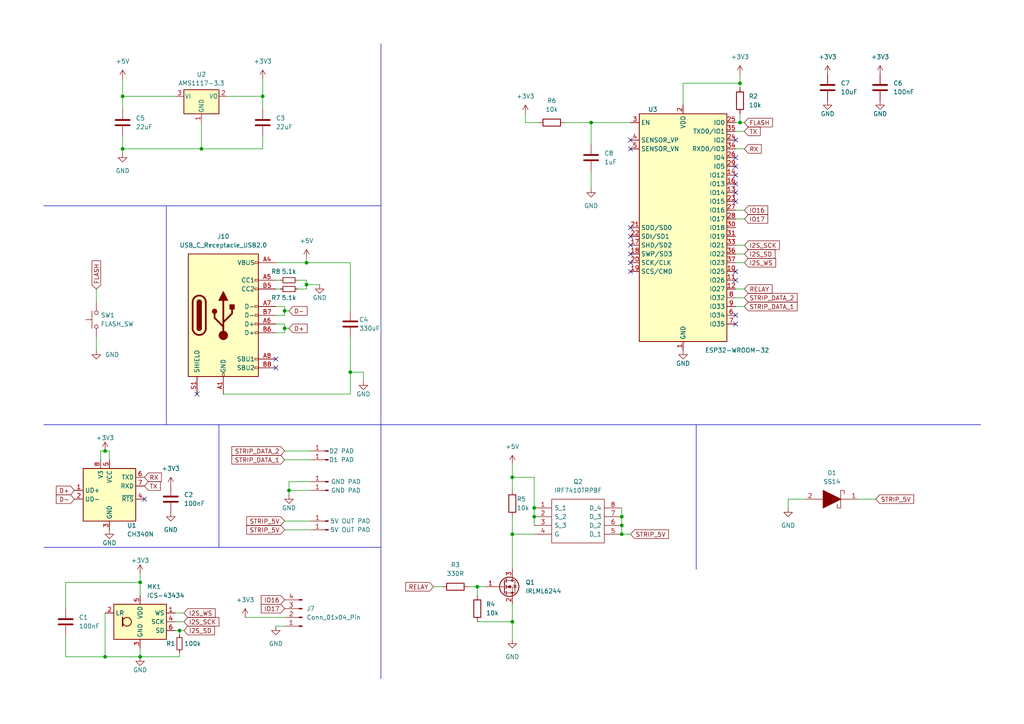
<source format=kicad_sch>
(kicad_sch (version 20230121) (generator eeschema)
  (paper "A4")
  (title_block (title "USBWLEDC with MOSFET") (date "2023-08-14") (rev "1.0") (company "NANDXOR"))
  (lib_symbols
    (symbol "+5V_1" (power) (pin_names (offset 0))
      (property "Value" "+5V_1" (at 0 3.556 0))
      (symbol "+5V_1_0_1"
        (polyline (pts (xy -0.762 1.27) (xy 0 2.54)))
        (polyline (pts (xy 0 0) (xy 0 2.54)))
        (polyline (pts (xy 0 2.54) (xy 0.762 1.27)))
      )
      (symbol "+5V_1_1_1"
        (pin power_in line (at 0 0 90) (length 0) hide (name "+5V") (number "1"))
      )
    )
    (symbol "Connector:Conn_01x01_Pin" (pin_names (offset 1.016) hide)
      (property "Reference" "J" (at 0 2.54 0))
      (property "Value" "Conn_01x01_Pin" (at 0 -2.54 0))
      (symbol "Conn_01x01_Pin_1_1"
        (polyline (pts (xy 1.27 0) (xy 0.8636 0)) (stroke (width 0.1524)))
        (rectangle (start 0.8636 0.127) (end 0 -0.127) (stroke (width 0.1524)) (fill (type outline)))
        (pin passive line (at 5.08 0 180) (length 3.81) (name "Pin_1") (number "1"))
      )
    )
    (symbol "Connector:Conn_01x04_Pin" (pin_names (offset 1.016) hide)
      (property "Reference" "J" (at 0 5.08 0))
      (property "Value" "Conn_01x04_Pin" (at 0 -7.62 0))
      (symbol "Conn_01x04_Pin_1_1"
        (polyline (pts (xy 1.27 -5.08) (xy 0.8636 -5.08)) (stroke (width 0.1524)))
        (polyline (pts (xy 1.27 -2.54) (xy 0.8636 -2.54)) (stroke (width 0.1524)))
        (polyline (pts (xy 1.27 0) (xy 0.8636 0)) (stroke (width 0.1524)))
        (polyline (pts (xy 1.27 2.54) (xy 0.8636 2.54)) (stroke (width 0.1524)))
        (rectangle (start 0.8636 -4.953) (end 0 -5.207) (stroke (width 0.1524)) (fill (type outline)))
        (rectangle (start 0.8636 -2.413) (end 0 -2.667) (stroke (width 0.1524)) (fill (type outline)))
        (rectangle (start 0.8636 0.127) (end 0 -0.127) (stroke (width 0.1524)) (fill (type outline)))
        (rectangle (start 0.8636 2.667) (end 0 2.413) (stroke (width 0.1524)) (fill (type outline)))
        (pin passive line (at 5.08 2.54 180) (length 3.81) (name "Pin_1") (number "1"))
        (pin passive line (at 5.08 0 180) (length 3.81) (name "Pin_2") (number "2"))
        (pin passive line (at 5.08 -2.54 180) (length 3.81) (name "Pin_3") (number "3"))
        (pin passive line (at 5.08 -5.08 180) (length 3.81) (name "Pin_4") (number "4"))
      )
    )
    (symbol "Connector:USB_C_Receptacle_USB2.0" (pin_names (offset 1.016))
      (property "Reference" "J" (at -10.16 19.05 0))
      (property "Value" "USB_C_Receptacle_USB2.0" (at 19.05 19.05 0))
      (symbol "USB_C_Receptacle_USB2.0_0_0"
        (rectangle (start -0.254 -17.78) (end 0.254 -16.764))
        (rectangle (start 10.16 -14.986) (end 9.144 -15.494))
        (rectangle (start 10.16 -12.446) (end 9.144 -12.954))
        (rectangle (start 10.16 -4.826) (end 9.144 -5.334))
        (rectangle (start 10.16 -2.286) (end 9.144 -2.794))
        (rectangle (start 10.16 0.254) (end 9.144 -0.254))
        (rectangle (start 10.16 2.794) (end 9.144 2.286))
        (rectangle (start 10.16 7.874) (end 9.144 7.366))
        (rectangle (start 10.16 10.414) (end 9.144 9.906))
        (rectangle (start 10.16 15.494) (end 9.144 14.986))
      )
      (symbol "USB_C_Receptacle_USB2.0_0_1"
        (rectangle (start -10.16 17.78) (end 10.16 -17.78) (stroke (width 0.254)) (fill (type background)))
        (arc (start -8.89 -3.81) (mid -6.985 -5.7067) (end -5.08 -3.81) (stroke (width 0.508)))
        (arc (start -7.62 -3.81) (mid -6.985 -4.4423) (end -6.35 -3.81) (stroke (width 0.254)))
        (arc (start -7.62 -3.81) (mid -6.985 -4.4423) (end -6.35 -3.81) (stroke (width 0.254)) (fill (type outline)))
        (rectangle (start -7.62 -3.81) (end -6.35 3.81) (stroke (width 0.254)) (fill (type outline)))
        (arc (start -6.35 3.81) (mid -6.985 4.4423) (end -7.62 3.81) (stroke (width 0.254)))
        (arc (start -6.35 3.81) (mid -6.985 4.4423) (end -7.62 3.81) (stroke (width 0.254)) (fill (type outline)))
        (arc (start -5.08 3.81) (mid -6.985 5.7067) (end -8.89 3.81) (stroke (width 0.508)))
        (circle (center -2.54 1.143) (radius 0.635) (stroke (width 0.254)) (fill (type outline)))
        (circle (center 0 -5.842) (radius 1.27) (fill (type outline)))
        (polyline (pts (xy -8.89 -3.81) (xy -8.89 3.81)) (stroke (width 0.508)))
        (polyline (pts (xy -5.08 3.81) (xy -5.08 -3.81)) (stroke (width 0.508)))
        (polyline (pts (xy 0 -5.842) (xy 0 4.318)) (stroke (width 0.508)))
        (polyline (pts (xy 0 -3.302) (xy -2.54 -0.762) (xy -2.54 0.508)) (stroke (width 0.508)))
        (polyline (pts (xy 0 -2.032) (xy 2.54 0.508) (xy 2.54 1.778)) (stroke (width 0.508)))
        (polyline (pts (xy -1.27 4.318) (xy 0 6.858) (xy 1.27 4.318) (xy -1.27 4.318)) (stroke (width 0.254)) (fill (type outline)))
        (rectangle (start 1.905 1.778) (end 3.175 3.048) (stroke (width 0.254)) (fill (type outline)))
      )
      (symbol "USB_C_Receptacle_USB2.0_1_1"
        (pin passive line (at 0 -22.86 90) (length 5.08) (name "GND") (number "A1"))
        (pin passive line (at 0 -22.86 90) (length 5.08) hide (name "GND") (number "A12"))
        (pin passive line (at 15.24 15.24 180) (length 5.08) (name "VBUS") (number "A4"))
        (pin bidirectional line (at 15.24 10.16 180) (length 5.08) (name "CC1") (number "A5"))
        (pin bidirectional line (at 15.24 -2.54 180) (length 5.08) (name "D+") (number "A6"))
        (pin bidirectional line (at 15.24 2.54 180) (length 5.08) (name "D-") (number "A7"))
        (pin bidirectional line (at 15.24 -12.7 180) (length 5.08) (name "SBU1") (number "A8"))
        (pin passive line (at 15.24 15.24 180) (length 5.08) hide (name "VBUS") (number "A9"))
        (pin passive line (at 0 -22.86 90) (length 5.08) hide (name "GND") (number "B1"))
        (pin passive line (at 0 -22.86 90) (length 5.08) hide (name "GND") (number "B12"))
        (pin passive line (at 15.24 15.24 180) (length 5.08) hide (name "VBUS") (number "B4"))
        (pin bidirectional line (at 15.24 7.62 180) (length 5.08) (name "CC2") (number "B5"))
        (pin bidirectional line (at 15.24 -5.08 180) (length 5.08) (name "D+") (number "B6"))
        (pin bidirectional line (at 15.24 0 180) (length 5.08) (name "D-") (number "B7"))
        (pin bidirectional line (at 15.24 -15.24 180) (length 5.08) (name "SBU2") (number "B8"))
        (pin passive line (at 15.24 15.24 180) (length 5.08) hide (name "VBUS") (number "B9"))
        (pin passive line (at -7.62 -22.86 90) (length 5.08) (name "SHIELD") (number "S1"))
      )
    )
    (symbol "Device:C" (pin_numbers hide) (pin_names (offset 0.254))
      (property "Reference" "C" (at 0.635 2.54 0))
      (property "Value" "C" (at 0.635 -2.54 0))
      (symbol "C_0_1"
        (polyline (pts (xy -2.032 -0.762) (xy 2.032 -0.762)) (stroke (width 0.508)))
        (polyline (pts (xy -2.032 0.762) (xy 2.032 0.762)) (stroke (width 0.508)))
      )
      (symbol "C_1_1"
        (pin passive line (at 0 3.81 270) (length 2.794) (name "~") (number "1"))
        (pin passive line (at 0 -3.81 90) (length 2.794) (name "~") (number "2"))
      )
    )
    (symbol "Device:R" (pin_numbers hide) (pin_names (offset 0))
      (property "Reference" "R" (at 2.032 0 90))
      (property "Value" "R" (at 0 0 90))
      (symbol "R_0_1"
        (rectangle (start -1.016 -2.54) (end 1.016 2.54) (stroke (width 0.254)))
      )
      (symbol "R_1_1"
        (pin passive line (at 0 3.81 270) (length 1.27) (name "~") (number "1"))
        (pin passive line (at 0 -3.81 90) (length 1.27) (name "~") (number "2"))
      )
    )
    (symbol "Device:R_Small" (pin_numbers hide) (pin_names (offset 0.254) hide)
      (property "Reference" "R" (at 0.762 0.508 0))
      (property "Value" "R_Small" (at 0.762 -1.016 0))
      (symbol "R_Small_0_1"
        (rectangle (start -0.762 1.778) (end 0.762 -1.778) (stroke (width 0.2032)))
      )
      (symbol "R_Small_1_1"
        (pin passive line (at 0 2.54 270) (length 0.762) (name "~") (number "1"))
        (pin passive line (at 0 -2.54 90) (length 0.762) (name "~") (number "2"))
      )
    )
    (symbol "GND_1" (power) (pin_names (offset 0))
      (property "Value" "GND_1" (at 0 -3.81 0))
      (symbol "GND_1_0_1"
        (polyline (pts (xy 0 0) (xy 0 -1.27) (xy 1.27 -1.27) (xy 0 -2.54) (xy -1.27 -1.27) (xy 0 -1.27)))
      )
      (symbol "GND_1_1_1"
        (pin power_in line (at 0 0 270) (length 0) hide (name "GND") (number "1"))
      )
    )
    (symbol "GND_2" (power) (pin_names (offset 0))
      (property "Value" "GND_2" (at 0 -3.81 0))
      (symbol "GND_2_0_1"
        (polyline (pts (xy 0 0) (xy 0 -1.27) (xy 1.27 -1.27) (xy 0 -2.54) (xy -1.27 -1.27) (xy 0 -1.27)))
      )
      (symbol "GND_2_1_1"
        (pin power_in line (at 0 0 270) (length 0) hide (name "GND") (number "1"))
      )
    )
    (symbol "GND_3" (power) (pin_names (offset 0))
      (property "Value" "GND_3" (at 0 -3.81 0))
      (symbol "GND_3_0_1"
        (polyline (pts (xy 0 0) (xy 0 -1.27) (xy 1.27 -1.27) (xy 0 -2.54) (xy -1.27 -1.27) (xy 0 -1.27)))
      )
      (symbol "GND_3_1_1"
        (pin power_in line (at 0 0 270) (length 0) hide (name "GND") (number "1"))
      )
    )
    (symbol "GND_4" (power) (pin_names (offset 0))
      (property "Value" "GND_4" (at 0 -3.81 0))
      (symbol "GND_4_0_1"
        (polyline (pts (xy 0 0) (xy 0 -1.27) (xy 1.27 -1.27) (xy 0 -2.54) (xy -1.27 -1.27) (xy 0 -1.27)))
      )
      (symbol "GND_4_1_1"
        (pin power_in line (at 0 0 270) (length 0) hide (name "GND") (number "1"))
      )
    )
    (symbol "GND_5" (power) (pin_names (offset 0))
      (property "Value" "GND_5" (at 0 -3.81 0))
      (symbol "GND_5_0_1"
        (polyline (pts (xy 0 0) (xy 0 -1.27) (xy 1.27 -1.27) (xy 0 -2.54) (xy -1.27 -1.27) (xy 0 -1.27)))
      )
      (symbol "GND_5_1_1"
        (pin power_in line (at 0 0 270) (length 0) hide (name "GND") (number "1"))
      )
    )
    (symbol "Interface_USB:CH340X"
      (property "Reference" "U3" (at 1.9559 -15.24 0))
      (property "Value" "CH340N" (at 1.9559 -17.78 0))
      (symbol "CH340X_0_1"
        (rectangle (start -7.62 12.7) (end 7.62 -2.54) (stroke (width 0.254)) (fill (type background)))
      )
      (symbol "CH340X_1_1"
        (pin bidirectional line (at -10.16 6.35 0) (length 2.54) (name "UD+") (number "1"))
        (pin bidirectional line (at -10.16 3.81 0) (length 2.54) (name "UD-") (number "2"))
        (pin power_in line (at 0 -5.08 90) (length 2.54) (name "GND") (number "3"))
        (pin output line (at 10.16 3.81 180) (length 2.54) (name "~{RTS}") (number "4"))
        (pin power_in line (at 0 15.24 270) (length 2.54) (name "VCC") (number "5"))
        (pin output line (at 10.16 10.16 180) (length 2.54) (name "TXD") (number "6"))
        (pin input line (at 10.16 7.62 180) (length 2.54) (name "RXD") (number "7"))
        (pin passive line (at -2.54 15.24 270) (length 2.54) (name "V3") (number "8"))
      )
    )
    (symbol "RF_Module:ESP32-WROOM-32"
      (property "Reference" "U" (at -12.7 34.29 0))
      (property "Value" "ESP32-WROOM-32" (at 1.27 34.29 0))
      (symbol "ESP32-WROOM-32_0_1"
        (rectangle (start -12.7 33.02) (end 12.7 -33.02) (stroke (width 0.254)) (fill (type background)))
      )
      (symbol "ESP32-WROOM-32_1_1"
        (pin power_in line (at 0 -35.56 90) (length 2.54) (name "GND") (number "1"))
        (pin bidirectional line (at 15.24 -12.7 180) (length 2.54) (name "IO25") (number "10"))
        (pin bidirectional line (at 15.24 -15.24 180) (length 2.54) (name "IO26") (number "11"))
        (pin bidirectional line (at 15.24 -17.78 180) (length 2.54) (name "IO27") (number "12"))
        (pin bidirectional line (at 15.24 10.16 180) (length 2.54) (name "IO14") (number "13"))
        (pin bidirectional line (at 15.24 15.24 180) (length 2.54) (name "IO12") (number "14"))
        (pin passive line (at 0 -35.56 90) (length 2.54) hide (name "GND") (number "15"))
        (pin bidirectional line (at 15.24 12.7 180) (length 2.54) (name "IO13") (number "16"))
        (pin bidirectional line (at -15.24 -5.08 0) (length 2.54) (name "SHD/SD2") (number "17"))
        (pin bidirectional line (at -15.24 -7.62 0) (length 2.54) (name "SWP/SD3") (number "18"))
        (pin bidirectional line (at -15.24 -12.7 0) (length 2.54) (name "SCS/CMD") (number "19"))
        (pin power_in line (at 0 35.56 270) (length 2.54) (name "VDD") (number "2"))
        (pin bidirectional line (at -15.24 -10.16 0) (length 2.54) (name "SCK/CLK") (number "20"))
        (pin bidirectional line (at -15.24 0 0) (length 2.54) (name "SDO/SD0") (number "21"))
        (pin bidirectional line (at -15.24 -2.54 0) (length 2.54) (name "SDI/SD1") (number "22"))
        (pin bidirectional line (at 15.24 7.62 180) (length 2.54) (name "IO15") (number "23"))
        (pin bidirectional line (at 15.24 25.4 180) (length 2.54) (name "IO2") (number "24"))
        (pin bidirectional line (at 15.24 30.48 180) (length 2.54) (name "IO0") (number "25"))
        (pin bidirectional line (at 15.24 20.32 180) (length 2.54) (name "IO4") (number "26"))
        (pin bidirectional line (at 15.24 5.08 180) (length 2.54) (name "IO16") (number "27"))
        (pin bidirectional line (at 15.24 2.54 180) (length 2.54) (name "IO17") (number "28"))
        (pin bidirectional line (at 15.24 17.78 180) (length 2.54) (name "IO5") (number "29"))
        (pin input line (at -15.24 30.48 0) (length 2.54) (name "EN") (number "3"))
        (pin bidirectional line (at 15.24 0 180) (length 2.54) (name "IO18") (number "30"))
        (pin bidirectional line (at 15.24 -2.54 180) (length 2.54) (name "IO19") (number "31"))
        (pin no_connect line (at -12.7 -27.94 0) (length 2.54) hide (name "NC") (number "32"))
        (pin bidirectional line (at 15.24 -5.08 180) (length 2.54) (name "IO21") (number "33"))
        (pin bidirectional line (at 15.24 22.86 180) (length 2.54) (name "RXD0/IO3") (number "34"))
        (pin bidirectional line (at 15.24 27.94 180) (length 2.54) (name "TXD0/IO1") (number "35"))
        (pin bidirectional line (at 15.24 -7.62 180) (length 2.54) (name "IO22") (number "36"))
        (pin bidirectional line (at 15.24 -10.16 180) (length 2.54) (name "IO23") (number "37"))
        (pin passive line (at 0 -35.56 90) (length 2.54) hide (name "GND") (number "38"))
        (pin passive line (at 0 -35.56 90) (length 2.54) hide (name "GND") (number "39"))
        (pin input line (at -15.24 25.4 0) (length 2.54) (name "SENSOR_VP") (number "4"))
        (pin input line (at -15.24 22.86 0) (length 2.54) (name "SENSOR_VN") (number "5"))
        (pin input line (at 15.24 -25.4 180) (length 2.54) (name "IO34") (number "6"))
        (pin input line (at 15.24 -27.94 180) (length 2.54) (name "IO35") (number "7"))
        (pin bidirectional line (at 15.24 -20.32 180) (length 2.54) (name "IO32") (number "8"))
        (pin bidirectional line (at 15.24 -22.86 180) (length 2.54) (name "IO33") (number "9"))
      )
    )
    (symbol "Regulator_Linear:AMS1117-3.3" (pin_names (offset 0.254))
      (property "Reference" "U" (at -3.81 3.175 0))
      (property "Value" "AMS1117-3.3" (at 0 3.175 0))
      (symbol "AMS1117-3.3_0_1"
        (rectangle (start -5.08 -5.08) (end 5.08 1.905) (stroke (width 0.254)) (fill (type background)))
      )
      (symbol "AMS1117-3.3_1_1"
        (pin power_in line (at 0 -7.62 90) (length 2.54) (name "GND") (number "1"))
        (pin power_out line (at 7.62 0 180) (length 2.54) (name "VO") (number "2"))
        (pin power_in line (at -7.62 0 0) (length 2.54) (name "VI") (number "3"))
      )
    )
    (symbol "SamacSys:IRF7410TRPBF" (pin_names (offset 0.762))
      (property "Reference" "Q" (at 21.59 7.62 0))
      (property "Value" "IRF7410TRPBF" (at 21.59 5.08 0))
      (symbol "IRF7410TRPBF_0_0"
        (pin input line (at 0 0 0) (length 5.08) (name "S_1") (number "1"))
        (pin input line (at 0 -2.54 0) (length 5.08) (name "S_2") (number "2"))
        (pin input line (at 0 -5.08 0) (length 5.08) (name "S_3") (number "3"))
        (pin input line (at 0 -7.62 0) (length 5.08) (name "G") (number "4"))
        (pin output line (at 25.4 -7.62 180) (length 5.08) (name "D_1") (number "5"))
        (pin output line (at 25.4 -5.08 180) (length 5.08) (name "D_2") (number "6"))
        (pin output line (at 25.4 -2.54 180) (length 5.08) (name "D_3") (number "7"))
        (pin output line (at 25.4 0 180) (length 5.08) (name "D_4") (number "8"))
      )
      (symbol "IRF7410TRPBF_0_1"
        (polyline (pts (xy 5.08 2.54) (xy 20.32 2.54) (xy 20.32 -10.16) (xy 5.08 -10.16) (xy 5.08 2.54)) (stroke (width 0.1524)))
      )
    )
    (symbol "SamacSys:SS14" (pin_names (offset 0.762))
      (property "Reference" "D" (at 12.7 8.89 0))
      (property "Value" "SS14" (at 12.7 6.35 0))
      (symbol "SS14_0_0"
        (pin passive line (at 2.54 0 0) (length 2.54) (name "~") (number "1"))
        (pin passive line (at 17.78 0 180) (length 2.54) (name "~") (number "2"))
      )
      (symbol "SS14_0_1"
        (polyline (pts (xy 5.08 0) (xy 7.62 0)) (stroke (width 0.1524)))
        (polyline (pts (xy 7.62 2.54) (xy 7.62 -2.54)) (stroke (width 0.1524)))
        (polyline (pts (xy 12.7 0) (xy 15.24 0)) (stroke (width 0.1524)))
        (polyline (pts (xy 7.62 -2.54) (xy 6.604 -2.54) (xy 6.604 -1.524)) (stroke (width 0.1524)))
        (polyline (pts (xy 7.62 2.54) (xy 8.636 2.54) (xy 8.636 1.524)) (stroke (width 0.1524)))
        (polyline (pts (xy 7.62 0) (xy 12.7 2.54) (xy 12.7 -2.54) (xy 7.62 0)) (stroke (width 0.254)) (fill (type outline)))
      )
    )
    (symbol "Sensor_Audio:ICS-43434"
      (property "Reference" "MK" (at -7.62 6.35 0))
      (property "Value" "ICS-43434" (at 1.27 6.35 0))
      (symbol "ICS-43434_1_1"
        (rectangle (start -7.62 5.08) (end 7.62 -5.08) (stroke (width 0.254)) (fill (type background)))
        (circle (center -3.81 0) (radius 1.27) (stroke (width 0.254)))
        (polyline (pts (xy -5.08 1.27) (xy -5.08 -1.27)) (stroke (width 0.381)))
        (pin input line (at 10.16 2.54 180) (length 2.54) (name "WS") (number "1"))
        (pin input line (at -10.16 2.54 0) (length 2.54) (name "LR") (number "2"))
        (pin power_in line (at 0 -7.62 90) (length 2.54) (name "GND") (number "3"))
        (pin input line (at 10.16 0 180) (length 2.54) (name "SCK") (number "4"))
        (pin power_in line (at 0 7.62 270) (length 2.54) (name "VDD") (number "5"))
        (pin output line (at 10.16 -2.54 180) (length 2.54) (name "SD") (number "6"))
      )
    )
    (symbol "Switch:SW_Push" (pin_numbers hide) (pin_names (offset 1.016) hide)
      (property "Reference" "SW" (at 1.27 2.54 0))
      (property "Value" "SW_Push" (at 0 -1.524 0))
      (symbol "SW_Push_0_1"
        (circle (center -2.032 0) (radius 0.508))
        (polyline (pts (xy 0 1.27) (xy 0 3.048)))
        (polyline (pts (xy 2.54 1.27) (xy -2.54 1.27)))
        (circle (center 2.032 0) (radius 0.508))
        (pin passive line (at -5.08 0 0) (length 2.54) (name "1") (number "1"))
        (pin passive line (at 5.08 0 180) (length 2.54) (name "2") (number "2"))
      )
    )
    (symbol "Transistor_FET:IRLML6244" (pin_names hide)
      (property "Reference" "Q" (at 5.08 1.905 0))
      (property "Value" "IRLML6244" (at 5.08 0 0))
      (symbol "IRLML6244_0_1"
        (polyline (pts (xy 0.254 0) (xy -2.54 0)))
        (polyline (pts (xy 0.254 1.905) (xy 0.254 -1.905)) (stroke (width 0.254)))
        (polyline (pts (xy 0.762 -1.27) (xy 0.762 -2.286)) (stroke (width 0.254)))
        (polyline (pts (xy 0.762 0.508) (xy 0.762 -0.508)) (stroke (width 0.254)))
        (polyline (pts (xy 0.762 2.286) (xy 0.762 1.27)) (stroke (width 0.254)))
        (polyline (pts (xy 2.54 2.54) (xy 2.54 1.778)))
        (polyline (pts (xy 2.54 -2.54) (xy 2.54 0) (xy 0.762 0)))
        (polyline (pts (xy 0.762 -1.778) (xy 3.302 -1.778) (xy 3.302 1.778) (xy 0.762 1.778)))
        (polyline (pts (xy 1.016 0) (xy 2.032 0.381) (xy 2.032 -0.381) (xy 1.016 0)) (fill (type outline)))
        (polyline (pts (xy 2.794 0.508) (xy 2.921 0.381) (xy 3.683 0.381) (xy 3.81 0.254)))
        (polyline (pts (xy 3.302 0.381) (xy 2.921 -0.254) (xy 3.683 -0.254) (xy 3.302 0.381)))
        (circle (center 1.651 0) (radius 2.794) (stroke (width 0.254)))
        (circle (center 2.54 -1.778) (radius 0.254) (fill (type outline)))
        (circle (center 2.54 1.778) (radius 0.254) (fill (type outline)))
      )
      (symbol "IRLML6244_1_1"
        (pin input line (at -5.08 0 0) (length 2.54) (name "G") (number "1"))
        (pin passive line (at 2.54 -5.08 90) (length 2.54) (name "S") (number "2"))
        (pin passive line (at 2.54 5.08 270) (length 2.54) (name "D") (number "3"))
      )
    )
    (symbol "power:+3V3" (power) (pin_names (offset 0))
      (property "Value" "+3V3" (at 0 3.556 0))
      (symbol "+3V3_0_1"
        (polyline (pts (xy -0.762 1.27) (xy 0 2.54)))
        (polyline (pts (xy 0 0) (xy 0 2.54)))
        (polyline (pts (xy 0 2.54) (xy 0.762 1.27)))
      )
      (symbol "+3V3_1_1"
        (pin power_in line (at 0 0 90) (length 0) hide (name "+3V3") (number "1"))
      )
    )
    (symbol "power:+5V" (power) (pin_names (offset 0))
      (property "Value" "+5V" (at 0 3.556 0))
      (symbol "+5V_0_1"
        (polyline (pts (xy -0.762 1.27) (xy 0 2.54)))
        (polyline (pts (xy 0 0) (xy 0 2.54)))
        (polyline (pts (xy 0 2.54) (xy 0.762 1.27)))
      )
      (symbol "+5V_1_1"
        (pin power_in line (at 0 0 90) (length 0) hide (name "+5V") (number "1"))
      )
    )
    (symbol "power:GND" (power) (pin_names (offset 0))
      (property "Value" "GND" (at 0 -3.81 0))
      (symbol "GND_0_1"
        (polyline (pts (xy 0 0) (xy 0 -1.27) (xy 1.27 -1.27) (xy 0 -2.54) (xy -1.27 -1.27) (xy 0 -1.27)))
      )
      (symbol "GND_1_1"
        (pin power_in line (at 0 0 270) (length 0) hide (name "GND") (number "1"))
      )
    )
  )
  (junction (at 214.63 24.13))
  (junction (at 180.34 149.86))
  (junction (at 138.43 170.18))
  (junction (at 88.9 76.2))
  (junction (at 148.59 154.94))
  (junction (at 52.07 182.88))
  (junction (at 148.59 138.43))
  (junction (at 88.9 82.55))
  (junction (at 82.55 90.17))
  (junction (at 83.82 142.24))
  (junction (at 214.63 35.56))
  (junction (at 30.48 130.81))
  (junction (at 171.45 35.56))
  (junction (at 35.56 43.18))
  (junction (at 154.94 149.86))
  (junction (at 40.64 168.91))
  (junction (at 154.94 147.32))
  (junction (at 76.2 27.94))
  (junction (at 30.48 190.5))
  (junction (at 148.59 180.34))
  (junction (at 35.56 27.94))
  (junction (at 180.34 152.4))
  (junction (at 82.55 95.25))
  (junction (at 101.6 107.95))
  (junction (at 180.34 154.94))
  (junction (at 58.42 43.18))
  (junction (at 40.64 190.5))
  (no_connect (at 80.01 106.68))
  (no_connect (at 213.36 58.42))
  (no_connect (at 213.36 48.26))
  (no_connect (at 182.88 66.04))
  (no_connect (at 182.88 73.66))
  (no_connect (at 213.36 55.88))
  (no_connect (at 182.88 40.64))
  (no_connect (at 213.36 53.34))
  (no_connect (at 182.88 71.12))
  (no_connect (at 41.91 144.78))
  (no_connect (at 182.88 78.74))
  (no_connect (at 213.36 78.74))
  (no_connect (at 57.15 114.3))
  (no_connect (at 213.36 45.72))
  (no_connect (at 182.88 68.58))
  (no_connect (at 182.88 43.18))
  (no_connect (at 213.36 81.28))
  (no_connect (at 213.36 93.98))
  (no_connect (at 80.01 104.14))
  (no_connect (at 213.36 50.8))
  (no_connect (at 213.36 91.44))
  (no_connect (at 213.36 40.64))
  (no_connect (at 182.88 76.2))
  (wire (pts (xy 248.92 144.78) (xy 254 144.78)))
  (wire (pts (xy 82.55 130.81) (xy 90.17 130.81)))
  (wire (pts (xy 82.55 88.9) (xy 82.55 90.17)))
  (wire (pts (xy 213.36 71.12) (xy 215.9 71.12)))
  (wire (pts (xy 80.01 93.98) (xy 82.55 93.98)))
  (wire (pts (xy 148.59 138.43) (xy 154.94 138.43)))
  (wire (pts (xy 101.6 114.3) (xy 64.77 114.3)))
  (wire (pts (xy 213.36 38.1) (xy 215.9 38.1)))
  (wire (pts (xy 125.73 170.18) (xy 128.27 170.18)))
  (wire (pts (xy 80.01 181.61) (xy 82.55 181.61)))
  (wire (pts (xy 90.17 139.7) (xy 83.82 139.7)))
  (wire (pts (xy 213.36 83.82) (xy 215.9 83.82)))
  (wire (pts (xy 58.42 43.18) (xy 76.2 43.18)))
  (polyline (pts (xy 110.49 12.7) (xy 110.49 196.85)))
  (wire (pts (xy 82.55 153.67) (xy 90.17 153.67)))
  (wire (pts (xy 40.64 190.5) (xy 52.07 190.5)))
  (wire (pts (xy 83.82 142.24) (xy 90.17 142.24)))
  (wire (pts (xy 82.55 93.98) (xy 82.55 95.25)))
  (polyline (pts (xy 110.49 123.19) (xy 284.48 123.19)))
  (wire (pts (xy 214.63 21.59) (xy 214.63 24.13)))
  (wire (pts (xy 19.05 168.91) (xy 40.64 168.91)))
  (wire (pts (xy 213.36 60.96) (xy 215.9 60.96)))
  (polyline (pts (xy 48.26 59.69) (xy 48.26 123.19)))
  (wire (pts (xy 154.94 147.32) (xy 154.94 149.86)))
  (wire (pts (xy 80.01 83.82) (xy 81.28 83.82)))
  (wire (pts (xy 82.55 90.17) (xy 82.55 91.44)))
  (wire (pts (xy 58.42 35.56) (xy 58.42 43.18)))
  (wire (pts (xy 152.4 35.56) (xy 156.21 35.56)))
  (wire (pts (xy 138.43 180.34) (xy 148.59 180.34)))
  (wire (pts (xy 138.43 170.18) (xy 140.97 170.18)))
  (wire (pts (xy 213.36 43.18) (xy 215.9 43.18)))
  (wire (pts (xy 76.2 27.94) (xy 76.2 31.75)))
  (wire (pts (xy 154.94 149.86) (xy 154.94 152.4)))
  (wire (pts (xy 40.64 168.91) (xy 40.64 172.72)))
  (wire (pts (xy 35.56 43.18) (xy 35.56 39.37)))
  (wire (pts (xy 19.05 176.53) (xy 19.05 168.91)))
  (wire (pts (xy 214.63 35.56) (xy 215.9 35.56)))
  (wire (pts (xy 40.64 190.5) (xy 30.48 190.5)))
  (wire (pts (xy 88.9 82.55) (xy 92.71 82.55)))
  (wire (pts (xy 233.68 144.78) (xy 228.6 144.78)))
  (wire (pts (xy 80.01 81.28) (xy 81.28 81.28)))
  (wire (pts (xy 88.9 82.55) (xy 88.9 83.82)))
  (wire (pts (xy 213.36 73.66) (xy 215.9 73.66)))
  (wire (pts (xy 101.6 107.95) (xy 101.6 114.3)))
  (wire (pts (xy 88.9 81.28) (xy 88.9 82.55)))
  (wire (pts (xy 101.6 107.95) (xy 105.41 107.95)))
  (wire (pts (xy 30.48 190.5) (xy 19.05 190.5)))
  (wire (pts (xy 52.07 190.5) (xy 52.07 189.23)))
  (wire (pts (xy 101.6 76.2) (xy 101.6 90.17)))
  (wire (pts (xy 214.63 24.13) (xy 214.63 25.4)))
  (polyline (pts (xy 63.5 123.19) (xy 63.5 158.75)))
  (wire (pts (xy 83.82 139.7) (xy 83.82 142.24)))
  (wire (pts (xy 83.82 90.17) (xy 82.55 90.17)))
  (wire (pts (xy 82.55 133.35) (xy 90.17 133.35)))
  (wire (pts (xy 80.01 91.44) (xy 82.55 91.44)))
  (wire (pts (xy 35.56 31.75) (xy 35.56 27.94)))
  (wire (pts (xy 71.12 179.07) (xy 82.55 179.07)))
  (wire (pts (xy 154.94 138.43) (xy 154.94 147.32)))
  (wire (pts (xy 213.36 35.56) (xy 214.63 35.56)))
  (wire (pts (xy 148.59 149.86) (xy 148.59 154.94)))
  (wire (pts (xy 27.94 101.6) (xy 27.94 97.79)))
  (wire (pts (xy 80.01 96.52) (xy 82.55 96.52)))
  (wire (pts (xy 52.07 182.88) (xy 53.34 182.88)))
  (wire (pts (xy 228.6 144.78) (xy 228.6 147.32)))
  (wire (pts (xy 76.2 22.86) (xy 76.2 27.94)))
  (wire (pts (xy 180.34 149.86) (xy 180.34 152.4)))
  (wire (pts (xy 30.48 130.81) (xy 29.21 130.81)))
  (wire (pts (xy 213.36 88.9) (xy 215.9 88.9)))
  (wire (pts (xy 105.41 110.49) (xy 105.41 107.95)))
  (wire (pts (xy 66.04 27.94) (xy 76.2 27.94)))
  (wire (pts (xy 52.07 182.88) (xy 52.07 184.15)))
  (wire (pts (xy 58.42 43.18) (xy 35.56 43.18)))
  (wire (pts (xy 29.21 130.81) (xy 29.21 133.35)))
  (wire (pts (xy 83.82 95.25) (xy 82.55 95.25)))
  (wire (pts (xy 50.8 177.8) (xy 53.34 177.8)))
  (wire (pts (xy 213.36 86.36) (xy 215.9 86.36)))
  (wire (pts (xy 27.94 83.82) (xy 27.94 87.63)))
  (wire (pts (xy 31.75 130.81) (xy 30.48 130.81)))
  (wire (pts (xy 171.45 35.56) (xy 171.45 41.91)))
  (wire (pts (xy 148.59 138.43) (xy 148.59 142.24)))
  (wire (pts (xy 198.12 24.13) (xy 214.63 24.13)))
  (wire (pts (xy 135.89 170.18) (xy 138.43 170.18)))
  (wire (pts (xy 40.64 187.96) (xy 40.64 190.5)))
  (wire (pts (xy 80.01 88.9) (xy 82.55 88.9)))
  (wire (pts (xy 148.59 175.26) (xy 148.59 180.34)))
  (wire (pts (xy 214.63 33.02) (xy 214.63 35.56)))
  (wire (pts (xy 50.8 182.88) (xy 52.07 182.88)))
  (wire (pts (xy 198.12 30.48) (xy 198.12 24.13)))
  (wire (pts (xy 19.05 190.5) (xy 19.05 184.15)))
  (wire (pts (xy 88.9 74.93) (xy 88.9 76.2)))
  (polyline (pts (xy 12.7 123.19) (xy 110.49 123.19)))
  (polyline (pts (xy 12.7 59.69) (xy 110.49 59.69)))
  (wire (pts (xy 138.43 170.18) (xy 138.43 172.72)))
  (wire (pts (xy 86.36 81.28) (xy 88.9 81.28)))
  (wire (pts (xy 148.59 154.94) (xy 148.59 165.1)))
  (wire (pts (xy 82.55 95.25) (xy 82.55 96.52)))
  (wire (pts (xy 148.59 154.94) (xy 154.94 154.94)))
  (wire (pts (xy 80.01 76.2) (xy 88.9 76.2)))
  (wire (pts (xy 82.55 151.13) (xy 90.17 151.13)))
  (wire (pts (xy 171.45 35.56) (xy 182.88 35.56)))
  (wire (pts (xy 76.2 43.18) (xy 76.2 39.37)))
  (wire (pts (xy 35.56 43.18) (xy 35.56 44.45)))
  (polyline (pts (xy 12.7 158.75) (xy 110.49 158.75)))
  (wire (pts (xy 171.45 49.53) (xy 171.45 54.61)))
  (wire (pts (xy 50.8 180.34) (xy 53.34 180.34)))
  (wire (pts (xy 35.56 27.94) (xy 50.8 27.94)))
  (wire (pts (xy 101.6 97.79) (xy 101.6 107.95)))
  (wire (pts (xy 148.59 134.62) (xy 148.59 138.43)))
  (wire (pts (xy 180.34 154.94) (xy 182.88 154.94)))
  (wire (pts (xy 30.48 177.8) (xy 30.48 190.5)))
  (wire (pts (xy 31.75 133.35) (xy 31.75 130.81)))
  (polyline (pts (xy 201.93 123.19) (xy 201.93 165.1)))
  (wire (pts (xy 88.9 83.82) (xy 86.36 83.82)))
  (wire (pts (xy 163.83 35.56) (xy 171.45 35.56)))
  (wire (pts (xy 88.9 76.2) (xy 101.6 76.2)))
  (wire (pts (xy 213.36 76.2) (xy 215.9 76.2)))
  (wire (pts (xy 152.4 35.56) (xy 152.4 33.02)))
  (wire (pts (xy 213.36 63.5) (xy 215.9 63.5)))
  (wire (pts (xy 180.34 152.4) (xy 180.34 154.94)))
  (wire (pts (xy 35.56 22.86) (xy 35.56 27.94)))
  (wire (pts (xy 83.82 142.24) (xy 83.82 143.51)))
  (wire (pts (xy 148.59 180.34) (xy 148.59 185.42)))
  (wire (pts (xy 40.64 166.37) (xy 40.64 168.91)))
  (wire (pts (xy 180.34 147.32) (xy 180.34 149.86)))
  (global_label "RELAY" (shape input) (at 125.73 170.18 180) (property "Intersheetrefs" "${INTERSHEET_REFS}" (effects hide)))
  (global_label "RX" (shape input) (at 41.91 138.43 0) (property "Intersheetrefs" "${INTERSHEET_REFS}" (effects hide)))
  (global_label "D+" (shape input) (at 21.59 142.24 180) (property "Intersheetrefs" "${INTERSHEET_REFS}" (effects hide)))
  (global_label "RELAY" (shape input) (at 215.9 83.82 0) (property "Intersheetrefs" "${INTERSHEET_REFS}" (effects hide)))
  (global_label "IO17" (shape input) (at 82.55 176.53 180) (property "Intersheetrefs" "${INTERSHEET_REFS}" (effects hide)))
  (global_label "STRIP_5V" (shape input) (at 82.55 153.67 180) (property "Intersheetrefs" "${INTERSHEET_REFS}" (effects hide)))
  (global_label "I2S_SD" (shape input) (at 53.34 182.88 0) (property "Intersheetrefs" "${INTERSHEET_REFS}" (effects hide)))
  (global_label "IO16" (shape input) (at 82.55 173.99 180) (property "Intersheetrefs" "${INTERSHEET_REFS}" (effects hide)))
  (global_label "STRIP_DATA_1" (shape input) (at 215.9 88.9 0) (property "Intersheetrefs" "${INTERSHEET_REFS}" (effects hide)))
  (global_label "I2S_WS" (shape input) (at 53.34 177.8 0) (property "Intersheetrefs" "${INTERSHEET_REFS}" (effects hide)))
  (global_label "TX" (shape input) (at 41.91 140.97 0) (property "Intersheetrefs" "${INTERSHEET_REFS}" (effects hide)))
  (global_label "STRIP_5V" (shape input) (at 254 144.78 0) (property "Intersheetrefs" "${INTERSHEET_REFS}" (effects hide)))
  (global_label "STRIP_DATA_1" (shape input) (at 82.55 133.35 180) (property "Intersheetrefs" "${INTERSHEET_REFS}" (effects hide)))
  (global_label "I2S_SD" (shape input) (at 215.9 73.66 0) (property "Intersheetrefs" "${INTERSHEET_REFS}" (effects hide)))
  (global_label "FLASH" (shape input) (at 27.94 83.82 90) (property "Intersheetrefs" "${INTERSHEET_REFS}" (effects hide)))
  (global_label "I2S_WS" (shape input) (at 215.9 76.2 0) (property "Intersheetrefs" "${INTERSHEET_REFS}" (effects hide)))
  (global_label "STRIP_DATA_2" (shape input) (at 215.9 86.36 0) (property "Intersheetrefs" "${INTERSHEET_REFS}" (effects hide)))
  (global_label "STRIP_5V" (shape input) (at 182.88 154.94 0) (property "Intersheetrefs" "${INTERSHEET_REFS}" (effects hide)))
  (global_label "RX" (shape input) (at 215.9 43.18 0) (property "Intersheetrefs" "${INTERSHEET_REFS}" (effects hide)))
  (global_label "IO16" (shape input) (at 215.9 60.96 0) (property "Intersheetrefs" "${INTERSHEET_REFS}" (effects hide)))
  (global_label "TX" (shape input) (at 215.9 38.1 0) (property "Intersheetrefs" "${INTERSHEET_REFS}" (effects hide)))
  (global_label "IO17" (shape input) (at 215.9 63.5 0) (property "Intersheetrefs" "${INTERSHEET_REFS}" (effects hide)))
  (global_label "I2S_SCK" (shape input) (at 215.9 71.12 0) (property "Intersheetrefs" "${INTERSHEET_REFS}" (effects hide)))
  (global_label "D-" (shape input) (at 21.59 144.78 180) (property "Intersheetrefs" "${INTERSHEET_REFS}" (effects hide)))
  (global_label "D+" (shape input) (at 83.82 95.25 0) (property "Intersheetrefs" "${INTERSHEET_REFS}" (effects hide)))
  (global_label "STRIP_DATA_2" (shape input) (at 82.55 130.81 180) (property "Intersheetrefs" "${INTERSHEET_REFS}" (effects hide)))
  (global_label "D-" (shape input) (at 83.82 90.17 0) (property "Intersheetrefs" "${INTERSHEET_REFS}" (effects hide)))
  (global_label "I2S_SCK" (shape input) (at 53.34 180.34 0) (property "Intersheetrefs" "${INTERSHEET_REFS}" (effects hide)))
  (global_label "FLASH" (shape input) (at 215.9 35.56 0) (property "Intersheetrefs" "${INTERSHEET_REFS}" (effects hide)))
  (global_label "STRIP_5V" (shape input) (at 82.55 151.13 180) (property "Intersheetrefs" "${INTERSHEET_REFS}" (effects hide)))
  (symbol (lib_id "SamacSys:IRF7410TRPBF") (at 154.94 147.32 0) (unit 1)
    (property "Reference" "Q2" (at 167.64 139.7 0))
    (property "Value" "IRF7410TRPBF" (at 167.64 142.24 0))
    (property "Footprint" "Package_SO:SO-8_3.9x4.9mm_P1.27mm" (effects hide))
    (property "MPN" "C148144" (effects hide))
  )
  (symbol (lib_id "Connector:Conn_01x04_Pin") (at 87.63 179.07 180) (unit 1)
    (property "Reference" "J7" (at 88.9 176.53 0) (effects (justify right)))
    (property "Value" "Conn_01x04_Pin" (at 88.9 179.07 0) (effects (justify right)))
    (property "Footprint" "Connector_PinHeader_2.54mm:PinHeader_1x04_P2.54mm_Vertical" (effects hide))
  )
  (symbol (lib_id "Device:R") (at 132.08 170.18 90) (unit 1)
    (property "Reference" "R3" (at 132.08 163.83 90))
    (property "Value" "330R" (at 132.08 166.37 90))
    (property "Footprint" "Resistor_SMD:R_0805_2012Metric" (effects hide))
    (property "MPN" "C17630" (effects hide))
  )
  (symbol (lib_id "power:+3V3") (at 30.48 130.81 0) (unit 1)
    (property "Reference" "#PWR018" (effects hide))
    (property "Value" "+3V3" (at 30.48 127 0))
  )
  (symbol (lib_id "Transistor_FET:IRLML6244") (at 146.05 170.18 0) (unit 1)
    (property "Reference" "Q1" (at 152.4 168.91 0) (effects (justify left)))
    (property "Value" "IRLML6244" (at 152.4 171.45 0) (effects (justify left)))
    (property "Footprint" "Package_TO_SOT_SMD:SOT-23-3" (effects hide))
    (property "MPN" "C143946" (effects hide))
  )
  (symbol (lib_name "GND_1") (lib_id "power:GND") (at 105.41 110.49 0) (unit 1)
    (property "Reference" "#PWR014" (effects hide))
    (property "Value" "GND" (at 105.41 114.3 0))
  )
  (symbol (lib_name "GND_5") (lib_id "power:GND") (at 80.01 181.61 0) (unit 1)
    (property "Reference" "#PWR021" (effects hide))
    (property "Value" "GND" (at 80.01 186.69 0))
  )
  (symbol (lib_id "Device:R") (at 160.02 35.56 90) (unit 1)
    (property "Reference" "R6" (at 160.02 29.21 90))
    (property "Value" "10k" (at 160.02 31.75 90))
    (property "Footprint" "Resistor_SMD:R_0805_2012Metric" (effects hide))
    (property "MPN" "C17414" (effects hide))
  )
  (symbol (lib_name "GND_2") (lib_id "power:GND") (at 31.75 153.67 0) (unit 1)
    (property "Reference" "#PWR019" (effects hide))
    (property "Value" "GND" (at 31.75 157.48 0))
  )
  (symbol (lib_id "power:GND") (at 27.94 101.6 0) (unit 1)
    (property "Reference" "#PWR011" (effects hide))
    (property "Value" "GND" (at 30.48 102.87 0) (effects (justify left)))
  )
  (symbol (lib_id "power:+3V3") (at 255.27 21.59 0) (unit 1)
    (property "Reference" "#PWR05" (effects hide))
    (property "Value" "+3V3" (at 255.27 16.51 0))
  )
  (symbol (lib_id "Sensor_Audio:ICS-43434") (at 40.64 180.34 0) (unit 1)
    (property "Reference" "MK1" (at 42.5959 170.18 0) (effects (justify left)))
    (property "Value" "ICS-43434" (at 42.5959 172.72 0) (effects (justify left)))
    (property "Footprint" "Sensor_Audio:InvenSense_ICS-43434-6_3.5x2.65mm" (effects hide))
    (property "Aliexpress" "https://de.aliexpress.com/item/1005005884143004.html" (effects hide))
    (property "Mouser" "410-ICS-43434" (effects hide))
  )
  (symbol (lib_id "Connector:Conn_01x01_Pin") (at 95.25 153.67 180) (unit 1)
    (property "Reference" "J1" (effects hide))
    (property "Value" "5V OUT PAD" (at 101.6 153.67 0))
    (property "Footprint" "ProjectLibrary:SolderWirePad_1x01_SMD_3x6mm" (effects hide))
  )
  (symbol (lib_name "GND_1") (lib_id "power:GND") (at 40.64 190.5 0) (unit 1)
    (property "Reference" "#PWR027" (effects hide))
    (property "Value" "GND" (at 40.64 194.31 0))
  )
  (symbol (lib_id "Device:C") (at 49.53 144.78 180) (unit 1)
    (property "Reference" "C2" (at 53.34 143.51 0) (effects (justify right)))
    (property "Value" "100nF" (at 53.34 146.05 0) (effects (justify right)))
    (property "Footprint" "Capacitor_SMD:C_0805_2012Metric" (effects hide))
    (property "MPN" "C49678" (effects hide))
  )
  (symbol (lib_id "Switch:SW_Push") (at 27.94 92.71 90) (unit 1)
    (property "Reference" "SW1" (at 29.21 91.44 90) (effects (justify right)))
    (property "Value" "FLASH_SW" (at 29.21 93.98 90) (effects (justify right)))
    (property "Footprint" "Button_Switch_SMD:SW_Tactile_SPST_NO_Straight_CK_PTS636Sx25SMTRLFS" (effects hide))
    (property "MPN" "C3726366" (effects hide))
  )
  (symbol (lib_id "Device:R") (at 214.63 29.21 0) (unit 1)
    (property "Reference" "R2" (at 217.17 27.94 0) (effects (justify left)))
    (property "Value" "10k" (at 217.17 30.48 0) (effects (justify left)))
    (property "Footprint" "Resistor_SMD:R_0805_2012Metric" (effects hide))
    (property "MPN" "C17414" (effects hide))
  )
  (symbol (lib_id "Connector:Conn_01x01_Pin") (at 95.25 151.13 180) (unit 1)
    (property "Reference" "J4" (effects hide))
    (property "Value" "5V OUT PAD" (at 101.6 151.13 0))
    (property "Footprint" "ProjectLibrary:SolderWirePad_1x01_SMD_3x6mm" (effects hide))
  )
  (symbol (lib_name "GND_4") (lib_id "power:GND") (at 83.82 143.51 0) (unit 1)
    (property "Reference" "#PWR017" (effects hide))
    (property "Value" "GND" (at 83.82 147.32 0))
  )
  (symbol (lib_id "Connector:Conn_01x01_Pin") (at 95.25 139.7 180) (unit 1)
    (property "Reference" "J3" (effects hide))
    (property "Value" "GND PAD" (at 100.33 139.7 0))
    (property "Footprint" "ProjectLibrary:SolderWirePad_1x01_SMD_3x6mm" (effects hide))
  )
  (symbol (lib_id "power:+5V") (at 35.56 22.86 0) (unit 1)
    (property "Reference" "#PWR01" (effects hide))
    (property "Value" "+5V" (at 35.56 17.78 0))
  )
  (symbol (lib_id "power:GND") (at 148.59 185.42 0) (unit 1)
    (property "Reference" "#PWR020" (effects hide))
    (property "Value" "GND" (at 148.59 190.5 0))
  )
  (symbol (lib_id "power:GND") (at 35.56 44.45 0) (unit 1)
    (property "Reference" "#PWR08" (effects hide))
    (property "Value" "GND" (at 35.56 49.53 0))
  )
  (symbol (lib_name "+5V_1") (lib_id "power:+5V") (at 88.9 74.93 0) (unit 1)
    (property "Reference" "#PWR012" (effects hide))
    (property "Value" "+5V" (at 88.9 69.85 0))
  )
  (symbol (lib_id "power:+3V3") (at 214.63 21.59 0) (unit 1)
    (property "Reference" "#PWR03" (effects hide))
    (property "Value" "+3V3" (at 214.63 16.51 0))
  )
  (symbol (lib_name "GND_3") (lib_id "power:GND") (at 240.03 29.21 0) (unit 1)
    (property "Reference" "#PWR06" (effects hide))
    (property "Value" "GND" (at 240.03 33.02 0))
  )
  (symbol (lib_id "Device:C") (at 255.27 25.4 180) (unit 1)
    (property "Reference" "C6" (at 259.08 24.13 0) (effects (justify right)))
    (property "Value" "100nF" (at 259.08 26.67 0) (effects (justify right)))
    (property "Footprint" "Capacitor_SMD:C_0805_2012Metric" (effects hide))
    (property "MPN" "C49678" (effects hide))
  )
  (symbol (lib_id "power:+5V") (at 148.59 134.62 0) (unit 1)
    (property "Reference" "#PWR016" (effects hide))
    (property "Value" "+5V" (at 148.59 129.54 0))
  )
  (symbol (lib_id "Connector:USB_C_Receptacle_USB2.0") (at 64.77 91.44 0) (unit 1)
    (property "Reference" "J10" (at 64.77 68.58 0))
    (property "Value" "USB_C_Receptacle_USB2.0" (at 64.77 71.12 0))
    (property "Footprint" "Connector_USB:USB_C_Receptacle_G-Switch_GT-USB-7010ASV" (effects hide))
    (property "Datasheet" "https://www.usb.org/sites/default/files/documents/usb_type-c.zip" (effects hide))
    (property "MPN" "C2988369" (effects hide))
  )
  (symbol (lib_id "Device:C") (at 171.45 45.72 0) (unit 1)
    (property "Reference" "C8" (at 175.26 44.45 0) (effects (justify left)))
    (property "Value" "1uF" (at 175.26 46.99 0) (effects (justify left)))
    (property "Footprint" "Capacitor_SMD:C_0805_2012Metric" (effects hide))
    (property "MPN" "C28323" (effects hide))
  )
  (symbol (lib_id "power:+3V3") (at 152.4 33.02 0) (unit 1)
    (property "Reference" "#PWR07" (effects hide))
    (property "Value" "+3V3" (at 152.4 27.94 0))
  )
  (symbol (lib_id "Device:C") (at 35.56 35.56 0) (unit 1)
    (property "Reference" "C5" (at 39.37 34.29 0) (effects (justify left)))
    (property "Value" "22uF" (at 39.37 36.83 0) (effects (justify left)))
    (property "Footprint" "Capacitor_SMD:C_0805_2012Metric" (effects hide))
    (property "MPN" "C45783" (effects hide))
  )
  (symbol (lib_id "power:+3V3") (at 49.53 140.97 0) (unit 1)
    (property "Reference" "#PWR024" (effects hide))
    (property "Value" "+3V3" (at 49.53 135.89 0))
  )
  (symbol (lib_id "Device:R") (at 148.59 146.05 0) (unit 1)
    (property "Reference" "R5" (at 149.86 144.78 0) (effects (justify left)))
    (property "Value" "10k" (at 149.86 147.32 0) (effects (justify left)))
    (property "Footprint" "Resistor_SMD:R_0805_2012Metric" (effects hide))
    (property "MPN" "C17414" (effects hide))
  )
  (symbol (lib_name "GND_3") (lib_id "power:GND") (at 198.12 101.6 0) (unit 1)
    (property "Reference" "#PWR013" (effects hide))
    (property "Value" "GND" (at 198.12 105.41 0))
  )
  (symbol (lib_name "GND_2") (lib_id "power:GND") (at 49.53 148.59 0) (unit 1)
    (property "Reference" "#PWR025" (effects hide))
    (property "Value" "GND" (at 49.53 153.67 0))
  )
  (symbol (lib_id "Device:R") (at 138.43 176.53 0) (unit 1)
    (property "Reference" "R4" (at 140.97 175.26 0) (effects (justify left)))
    (property "Value" "10k" (at 140.97 177.8 0) (effects (justify left)))
    (property "Footprint" "Resistor_SMD:R_0805_2012Metric" (effects hide))
    (property "MPN" "C17414" (effects hide))
  )
  (symbol (lib_id "power:GND") (at 228.6 147.32 0) (unit 1)
    (property "Reference" "#PWR015" (effects hide))
    (property "Value" "GND" (at 228.6 152.4 0))
  )
  (symbol (lib_id "Device:C") (at 19.05 180.34 0) (unit 1)
    (property "Reference" "C1" (at 22.86 179.07 0) (effects (justify left)))
    (property "Value" "100nF" (at 22.86 181.61 0) (effects (justify left)))
    (property "Footprint" "Capacitor_SMD:C_0805_2012Metric" (effects hide))
    (property "MPN" "C49678" (effects hide))
  )
  (symbol (lib_name "GND_3") (lib_id "power:GND") (at 255.27 29.21 0) (unit 1)
    (property "Reference" "#PWR023" (effects hide))
    (property "Value" "GND" (at 255.27 33.02 0))
  )
  (symbol (lib_id "Device:R_Small") (at 52.07 186.69 180) (unit 1)
    (property "Reference" "R1" (at 49.53 186.69 0))
    (property "Value" "100k" (at 55.88 186.69 0))
    (property "Footprint" "Resistor_SMD:R_0805_2012Metric" (effects hide))
    (property "MPN" "C149504" (effects hide))
  )
  (symbol (lib_id "power:GND") (at 171.45 54.61 0) (unit 1)
    (property "Reference" "#PWR09" (effects hide))
    (property "Value" "GND" (at 171.45 59.69 0))
  )
  (symbol (lib_id "Device:R_Small") (at 83.82 83.82 90) (unit 1)
    (property "Reference" "R7" (at 80.01 86.36 90))
    (property "Value" "5.1k" (at 83.82 86.36 90))
    (property "Footprint" "Resistor_SMD:R_0805_2012Metric" (effects hide))
    (property "MPN" "C27834" (effects hide))
  )
  (symbol (lib_id "RF_Module:ESP32-WROOM-32") (at 198.12 66.04 0) (unit 1)
    (property "Reference" "U3" (at 187.96 31.75 0) (effects (justify left)))
    (property "Value" "ESP32-WROOM-32" (at 204.47 101.6 0) (effects (justify left)))
    (property "Footprint" "RF_Module:ESP32-WROOM-32" (effects hide))
    (property "Datasheet" "https://www.espressif.com/sites/default/files/documentation/esp32-wroom-32_datasheet_en.pdf" (effects hide))
    (property "MPN" "C701341" (effects hide))
    (property "Aliexpress" "https://de.aliexpress.com/item/32840441199.html" (effects hide))
    (property "Mouser" "356-ESP32WRM32E132PH" (effects hide))
  )
  (symbol (lib_id "power:+3V3") (at 40.64 166.37 0) (unit 1)
    (property "Reference" "#PWR026" (effects hide))
    (property "Value" "+3V3" (at 40.64 162.56 0))
  )
  (symbol (lib_id "Interface_USB:CH340X") (at 31.75 148.59 0) (unit 1)
    (property "Reference" "U1" (at 36.83 152.4 0) (effects (justify left)))
    (property "Value" "CH340N" (at 36.83 154.94 0) (effects (justify left)))
    (property "Footprint" "Package_SO:SOP-8_3.9x4.9mm_P1.27mm" (effects hide))
    (property "MPN" "C2977777" (effects hide))
  )
  (symbol (lib_id "Connector:Conn_01x01_Pin") (at 95.25 142.24 180) (unit 1)
    (property "Reference" "J6" (effects hide))
    (property "Value" "GND PAD" (at 100.33 142.24 0))
    (property "Footprint" "ProjectLibrary:SolderWirePad_1x01_SMD_3x6mm" (effects hide))
  )
  (symbol (lib_id "Device:R_Small") (at 83.82 81.28 90) (unit 1)
    (property "Reference" "R8" (at 80.01 78.74 90))
    (property "Value" "5.1k" (at 83.82 78.74 90))
    (property "Footprint" "Resistor_SMD:R_0805_2012Metric" (effects hide))
    (property "MPN" "C27834" (effects hide))
  )
  (symbol (lib_id "Device:C") (at 76.2 35.56 0) (unit 1)
    (property "Reference" "C3" (at 80.01 34.29 0) (effects (justify left)))
    (property "Value" "22uF" (at 80.01 36.83 0) (effects (justify left)))
    (property "Footprint" "Capacitor_SMD:C_0805_2012Metric" (effects hide))
    (property "MPN" "C45783" (effects hide))
  )
  (symbol (lib_id "power:+3V3") (at 71.12 179.07 0) (unit 1)
    (property "Reference" "#PWR022" (effects hide))
    (property "Value" "+3V3" (at 71.12 173.99 0))
  )
  (symbol (lib_id "Device:C") (at 240.03 25.4 0) (unit 1)
    (property "Reference" "C7" (at 243.84 24.13 0) (effects (justify left)))
    (property "Value" "10uF" (at 243.84 26.67 0) (effects (justify left)))
    (property "Footprint" "Capacitor_SMD:C_0805_2012Metric" (effects hide))
    (property "MPN" "C15850 " (effects hide))
  )
  (symbol (lib_id "power:+3V3") (at 240.03 21.59 0) (unit 1)
    (property "Reference" "#PWR04" (effects hide))
    (property "Value" "+3V3" (at 240.03 16.51 0))
  )
  (symbol (lib_id "Regulator_Linear:AMS1117-3.3") (at 58.42 27.94 0) (unit 1)
    (property "Reference" "U2" (at 58.42 21.59 0))
    (property "Value" "AMS1117-3.3" (at 58.42 24.13 0))
    (property "Footprint" "Package_TO_SOT_SMD:SOT-223-3_TabPin2" (effects hide))
    (property "MPN" "C6186" (effects hide))
  )
  (symbol (lib_id "SamacSys:SS14") (at 251.46 144.78 180) (unit 1)
    (property "Reference" "D1" (at 241.3 137.16 0))
    (property "Value" "SS14" (at 241.3 139.7 0))
    (property "Footprint" "Diode_SMD:D_SMA" (effects hide))
    (property "MPN" "C2480" (effects hide))
  )
  (symbol (lib_name "GND_1") (lib_id "power:GND") (at 92.71 82.55 0) (unit 1)
    (property "Reference" "#PWR010" (effects hide))
    (property "Value" "GND" (at 92.71 86.36 0))
  )
  (symbol (lib_id "Device:C") (at 101.6 93.98 180) (unit 1)
    (property "Reference" "C4" (at 104.14 92.71 0) (effects (justify right)))
    (property "Value" "330uF" (at 104.14 95.25 0) (effects (justify right)))
    (property "Footprint" "Capacitor_THT:CP_Radial_D8.0mm_P3.50mm" (effects hide))
  )
  (symbol (lib_id "Connector:Conn_01x01_Pin") (at 95.25 130.81 180) (unit 1)
    (property "Reference" "J5" (effects hide))
    (property "Value" "D2 PAD" (at 99.06 130.81 0))
    (property "Footprint" "ProjectLibrary:SolderWirePad_1x01_SMD_3x6mm" (effects hide))
  )
  (symbol (lib_id "power:+3V3") (at 76.2 22.86 0) (unit 1)
    (property "Reference" "#PWR02" (effects hide))
    (property "Value" "+3V3" (at 76.2 17.78 0))
  )
  (symbol (lib_id "Connector:Conn_01x01_Pin") (at 95.25 133.35 180) (unit 1)
    (property "Reference" "J2" (effects hide))
    (property "Value" "D1 PAD" (at 99.06 133.35 0))
    (property "Footprint" "ProjectLibrary:SolderWirePad_1x01_SMD_3x6mm" (effects hide))
  )
)
</source>
